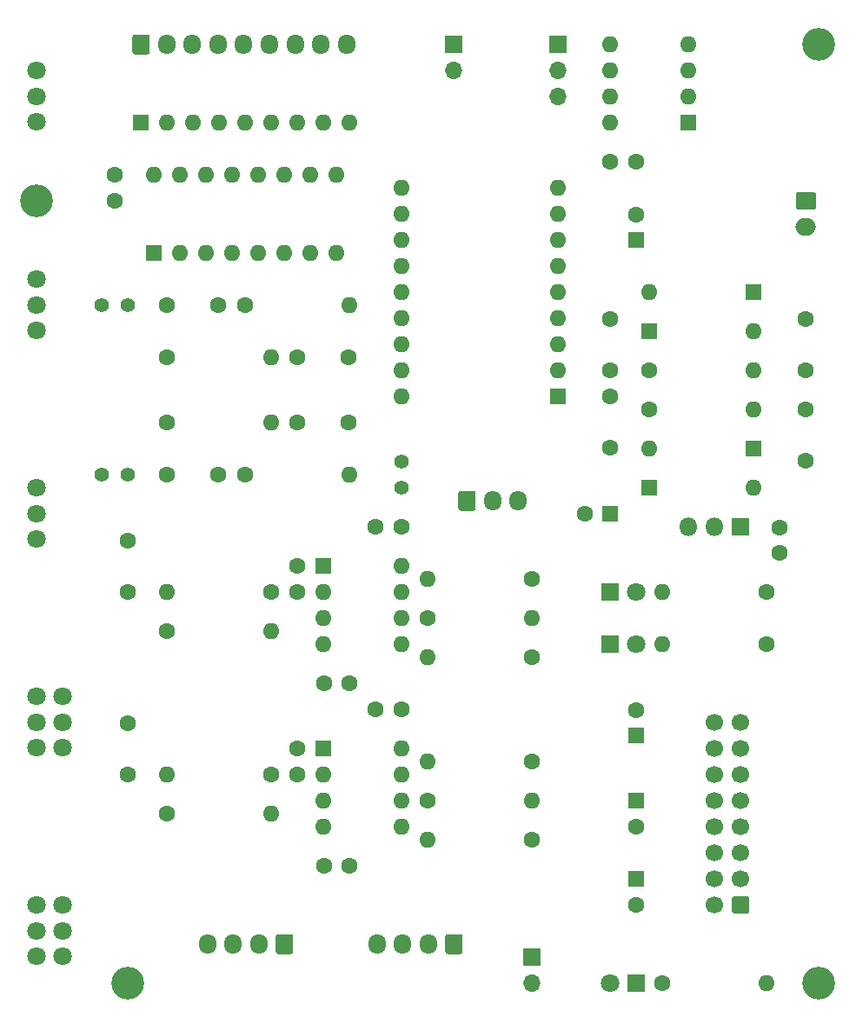
<source format=gbs>
G04 #@! TF.GenerationSoftware,KiCad,Pcbnew,(5.1.10)-1*
G04 #@! TF.CreationDate,2022-05-02T08:50:15+09:00*
G04 #@! TF.ProjectId,FV01,46563031-2e6b-4696-9361-645f70636258,Ver.1.0*
G04 #@! TF.SameCoordinates,Original*
G04 #@! TF.FileFunction,Soldermask,Bot*
G04 #@! TF.FilePolarity,Negative*
%FSLAX46Y46*%
G04 Gerber Fmt 4.6, Leading zero omitted, Abs format (unit mm)*
G04 Created by KiCad (PCBNEW (5.1.10)-1) date 2022-05-02 08:50:15*
%MOMM*%
%LPD*%
G01*
G04 APERTURE LIST*
%ADD10O,1.700000X1.950000*%
%ADD11C,1.600000*%
%ADD12R,1.600000X1.600000*%
%ADD13C,1.800000*%
%ADD14O,1.700000X1.700000*%
%ADD15R,1.700000X1.700000*%
%ADD16O,1.600000X1.600000*%
%ADD17O,1.800000X1.800000*%
%ADD18R,1.800000X1.800000*%
%ADD19O,2.000000X1.700000*%
%ADD20C,1.400000*%
%ADD21C,1.700000*%
%ADD22C,3.200000*%
G04 APERTURE END LIST*
D10*
G04 #@! TO.C,J3*
X128390000Y-142240000D03*
X130890000Y-142240000D03*
X133390000Y-142240000D03*
G36*
G01*
X136740000Y-141515000D02*
X136740000Y-142965000D01*
G75*
G02*
X136490000Y-143215000I-250000J0D01*
G01*
X135290000Y-143215000D01*
G75*
G02*
X135040000Y-142965000I0J250000D01*
G01*
X135040000Y-141515000D01*
G75*
G02*
X135290000Y-141265000I250000J0D01*
G01*
X136490000Y-141265000D01*
G75*
G02*
X136740000Y-141515000I0J-250000D01*
G01*
G37*
G04 #@! TD*
D11*
G04 #@! TO.C,C1*
X137160000Y-107910000D03*
X137160000Y-105410000D03*
G04 #@! TD*
G04 #@! TO.C,C19*
X129460000Y-80010000D03*
X124460000Y-80010000D03*
G04 #@! TD*
G04 #@! TO.C,C17*
X129460000Y-96520000D03*
X124460000Y-96520000D03*
G04 #@! TD*
G04 #@! TO.C,C22*
X170180000Y-71160000D03*
D12*
X170180000Y-73660000D03*
G04 #@! TD*
D11*
G04 #@! TO.C,C21*
X167640000Y-81360000D03*
X167640000Y-86360000D03*
G04 #@! TD*
G04 #@! TO.C,C16*
X167640000Y-93900000D03*
X167640000Y-88900000D03*
G04 #@! TD*
D13*
G04 #@! TO.C,RV5*
X111760000Y-97790000D03*
X111760000Y-100290000D03*
X111760000Y-102790000D03*
G04 #@! TD*
G04 #@! TO.C,RV4*
X111760000Y-77470000D03*
X111760000Y-79970000D03*
X111760000Y-82470000D03*
G04 #@! TD*
G04 #@! TO.C,RV3*
X111760000Y-57150000D03*
X111760000Y-59650000D03*
X111760000Y-62150000D03*
G04 #@! TD*
G04 #@! TO.C,RV2*
X114260000Y-138430000D03*
X114260000Y-140930000D03*
X114260000Y-143430000D03*
X111760000Y-138430000D03*
X111760000Y-140930000D03*
X111760000Y-143430000D03*
G04 #@! TD*
G04 #@! TO.C,RV1*
X114260000Y-118110000D03*
X114260000Y-120610000D03*
X114260000Y-123110000D03*
X111760000Y-118110000D03*
X111760000Y-120610000D03*
X111760000Y-123110000D03*
G04 #@! TD*
D10*
G04 #@! TO.C,J7*
X141920000Y-54610000D03*
X139420000Y-54610000D03*
X136920000Y-54610000D03*
X134420000Y-54610000D03*
X131920000Y-54610000D03*
X129420000Y-54610000D03*
X126920000Y-54610000D03*
X124420000Y-54610000D03*
G36*
G01*
X121070000Y-55335000D02*
X121070000Y-53885000D01*
G75*
G02*
X121320000Y-53635000I250000J0D01*
G01*
X122520000Y-53635000D01*
G75*
G02*
X122770000Y-53885000I0J-250000D01*
G01*
X122770000Y-55335000D01*
G75*
G02*
X122520000Y-55585000I-250000J0D01*
G01*
X121320000Y-55585000D01*
G75*
G02*
X121070000Y-55335000I0J250000D01*
G01*
G37*
G04 #@! TD*
D14*
G04 #@! TO.C,J6*
X162560000Y-59690000D03*
X162560000Y-57150000D03*
D15*
X162560000Y-54610000D03*
G04 #@! TD*
D14*
G04 #@! TO.C,J5*
X160020000Y-146050000D03*
D15*
X160020000Y-143510000D03*
G04 #@! TD*
D14*
G04 #@! TO.C,J4*
X152400000Y-57150000D03*
D15*
X152400000Y-54610000D03*
G04 #@! TD*
D11*
G04 #@! TO.C,C6*
X137160000Y-125690000D03*
X137160000Y-123190000D03*
G04 #@! TD*
G04 #@! TO.C,C5*
X170180000Y-130770000D03*
D12*
X170180000Y-128270000D03*
G04 #@! TD*
D16*
G04 #@! TO.C,U6*
X123190000Y-67310000D03*
X140970000Y-74930000D03*
X125730000Y-67310000D03*
X138430000Y-74930000D03*
X128270000Y-67310000D03*
X135890000Y-74930000D03*
X130810000Y-67310000D03*
X133350000Y-74930000D03*
X133350000Y-67310000D03*
X130810000Y-74930000D03*
X135890000Y-67310000D03*
X128270000Y-74930000D03*
X138430000Y-67310000D03*
X125730000Y-74930000D03*
X140970000Y-67310000D03*
D12*
X123190000Y-74930000D03*
G04 #@! TD*
D16*
G04 #@! TO.C,U5*
X167640000Y-62230000D03*
X175260000Y-54610000D03*
X167640000Y-59690000D03*
X175260000Y-57150000D03*
X167640000Y-57150000D03*
X175260000Y-59690000D03*
X167640000Y-54610000D03*
D12*
X175260000Y-62230000D03*
G04 #@! TD*
D16*
G04 #@! TO.C,U4*
X147320000Y-73660000D03*
X147320000Y-71120000D03*
X147320000Y-68580000D03*
X162560000Y-68580000D03*
X162560000Y-71120000D03*
X162560000Y-73660000D03*
X147320000Y-88900000D03*
X162560000Y-76200000D03*
X147320000Y-86360000D03*
X162560000Y-78740000D03*
X147320000Y-83820000D03*
X162560000Y-81280000D03*
X147320000Y-81280000D03*
X162560000Y-83820000D03*
X147320000Y-78740000D03*
X162560000Y-86360000D03*
X147320000Y-76200000D03*
D12*
X162560000Y-88900000D03*
G04 #@! TD*
D17*
G04 #@! TO.C,U3*
X175260000Y-101600000D03*
X177800000Y-101600000D03*
D18*
X180340000Y-101600000D03*
G04 #@! TD*
D16*
G04 #@! TO.C,U2*
X147320000Y-123190000D03*
X139700000Y-130810000D03*
X147320000Y-125730000D03*
X139700000Y-128270000D03*
X147320000Y-128270000D03*
X139700000Y-125730000D03*
X147320000Y-130810000D03*
D12*
X139700000Y-123190000D03*
G04 #@! TD*
D16*
G04 #@! TO.C,U1*
X147320000Y-105410000D03*
X139700000Y-113030000D03*
X147320000Y-107950000D03*
X139700000Y-110490000D03*
X147320000Y-110490000D03*
X139700000Y-107950000D03*
X147320000Y-113030000D03*
D12*
X139700000Y-105410000D03*
G04 #@! TD*
D19*
G04 #@! TO.C,SW2*
X186690000Y-72350000D03*
G36*
G01*
X185940000Y-69000000D02*
X187440000Y-69000000D01*
G75*
G02*
X187690000Y-69250000I0J-250000D01*
G01*
X187690000Y-70450000D01*
G75*
G02*
X187440000Y-70700000I-250000J0D01*
G01*
X185940000Y-70700000D01*
G75*
G02*
X185690000Y-70450000I0J250000D01*
G01*
X185690000Y-69250000D01*
G75*
G02*
X185940000Y-69000000I250000J0D01*
G01*
G37*
G04 #@! TD*
D10*
G04 #@! TO.C,SW1*
X158670000Y-99060000D03*
X156170000Y-99060000D03*
G36*
G01*
X152820000Y-99785000D02*
X152820000Y-98335000D01*
G75*
G02*
X153070000Y-98085000I250000J0D01*
G01*
X154270000Y-98085000D01*
G75*
G02*
X154520000Y-98335000I0J-250000D01*
G01*
X154520000Y-99785000D01*
G75*
G02*
X154270000Y-100035000I-250000J0D01*
G01*
X153070000Y-100035000D01*
G75*
G02*
X152820000Y-99785000I0J250000D01*
G01*
G37*
G04 #@! TD*
D16*
G04 #@! TO.C,RN1*
X142240000Y-62230000D03*
X139700000Y-62230000D03*
X137160000Y-62230000D03*
X134620000Y-62230000D03*
X132080000Y-62230000D03*
X129540000Y-62230000D03*
X127000000Y-62230000D03*
X124460000Y-62230000D03*
D12*
X121920000Y-62230000D03*
G04 #@! TD*
D16*
G04 #@! TO.C,R19*
X181610000Y-86360000D03*
D11*
X171450000Y-86360000D03*
G04 #@! TD*
D16*
G04 #@! TO.C,R18*
X142240000Y-80010000D03*
D11*
X132080000Y-80010000D03*
G04 #@! TD*
D16*
G04 #@! TO.C,R17*
X134620000Y-85090000D03*
D11*
X124460000Y-85090000D03*
G04 #@! TD*
D16*
G04 #@! TO.C,R16*
X142240000Y-96520000D03*
D11*
X132080000Y-96520000D03*
G04 #@! TD*
D16*
G04 #@! TO.C,R15*
X134620000Y-91440000D03*
D11*
X124460000Y-91440000D03*
G04 #@! TD*
D16*
G04 #@! TO.C,R14*
X181610000Y-90170000D03*
D11*
X171450000Y-90170000D03*
G04 #@! TD*
D16*
G04 #@! TO.C,R13*
X172720000Y-107950000D03*
D11*
X182880000Y-107950000D03*
G04 #@! TD*
D16*
G04 #@! TO.C,R12*
X160020000Y-128270000D03*
D11*
X149860000Y-128270000D03*
G04 #@! TD*
D16*
G04 #@! TO.C,R11*
X149860000Y-124460000D03*
D11*
X160020000Y-124460000D03*
G04 #@! TD*
D16*
G04 #@! TO.C,R10*
X124460000Y-125730000D03*
D11*
X134620000Y-125730000D03*
G04 #@! TD*
D16*
G04 #@! TO.C,R9*
X149860000Y-132080000D03*
D11*
X160020000Y-132080000D03*
G04 #@! TD*
D16*
G04 #@! TO.C,R8*
X182880000Y-146050000D03*
D11*
X172720000Y-146050000D03*
G04 #@! TD*
D16*
G04 #@! TO.C,R7*
X134620000Y-129540000D03*
D11*
X124460000Y-129540000D03*
G04 #@! TD*
D16*
G04 #@! TO.C,R6*
X172720000Y-113030000D03*
D11*
X182880000Y-113030000D03*
G04 #@! TD*
D16*
G04 #@! TO.C,R5*
X160020000Y-110490000D03*
D11*
X149860000Y-110490000D03*
G04 #@! TD*
D16*
G04 #@! TO.C,R4*
X149860000Y-106680000D03*
D11*
X160020000Y-106680000D03*
G04 #@! TD*
D16*
G04 #@! TO.C,R3*
X124460000Y-107950000D03*
D11*
X134620000Y-107950000D03*
G04 #@! TD*
D16*
G04 #@! TO.C,R2*
X149860000Y-114300000D03*
D11*
X160020000Y-114300000D03*
G04 #@! TD*
D16*
G04 #@! TO.C,R1*
X134620000Y-111760000D03*
D11*
X124460000Y-111760000D03*
G04 #@! TD*
D20*
G04 #@! TO.C,JP3*
X118110000Y-80010000D03*
X120650000Y-80010000D03*
G04 #@! TD*
G04 #@! TO.C,JP2*
X118110000Y-96520000D03*
X120650000Y-96520000D03*
G04 #@! TD*
G04 #@! TO.C,JP1*
X147320000Y-95250000D03*
X147320000Y-97790000D03*
G04 #@! TD*
D10*
G04 #@! TO.C,J2*
X144900000Y-142240000D03*
X147400000Y-142240000D03*
X149900000Y-142240000D03*
G36*
G01*
X153250000Y-141515000D02*
X153250000Y-142965000D01*
G75*
G02*
X153000000Y-143215000I-250000J0D01*
G01*
X151800000Y-143215000D01*
G75*
G02*
X151550000Y-142965000I0J250000D01*
G01*
X151550000Y-141515000D01*
G75*
G02*
X151800000Y-141265000I250000J0D01*
G01*
X153000000Y-141265000D01*
G75*
G02*
X153250000Y-141515000I0J-250000D01*
G01*
G37*
G04 #@! TD*
D21*
G04 #@! TO.C,J1*
X177800000Y-120650000D03*
X177800000Y-123190000D03*
X177800000Y-125730000D03*
X177800000Y-128270000D03*
X177800000Y-130810000D03*
X177800000Y-133350000D03*
X177800000Y-135890000D03*
X177800000Y-138430000D03*
X180340000Y-120650000D03*
X180340000Y-123190000D03*
X180340000Y-125730000D03*
X180340000Y-128270000D03*
X180340000Y-130810000D03*
X180340000Y-133350000D03*
X180340000Y-135890000D03*
G36*
G01*
X181190000Y-137830000D02*
X181190000Y-139030000D01*
G75*
G02*
X180940000Y-139280000I-250000J0D01*
G01*
X179740000Y-139280000D01*
G75*
G02*
X179490000Y-139030000I0J250000D01*
G01*
X179490000Y-137830000D01*
G75*
G02*
X179740000Y-137580000I250000J0D01*
G01*
X180940000Y-137580000D01*
G75*
G02*
X181190000Y-137830000I0J-250000D01*
G01*
G37*
G04 #@! TD*
D22*
G04 #@! TO.C,H4*
X187960000Y-146050000D03*
G04 #@! TD*
G04 #@! TO.C,H3*
X187960000Y-54610000D03*
G04 #@! TD*
G04 #@! TO.C,H2*
X120650000Y-146050000D03*
G04 #@! TD*
G04 #@! TO.C,H1*
X111760000Y-69850000D03*
G04 #@! TD*
D16*
G04 #@! TO.C,D7*
X181610000Y-82550000D03*
D12*
X171450000Y-82550000D03*
G04 #@! TD*
D16*
G04 #@! TO.C,D6*
X171450000Y-78740000D03*
D12*
X181610000Y-78740000D03*
G04 #@! TD*
D16*
G04 #@! TO.C,D5*
X181610000Y-97790000D03*
D12*
X171450000Y-97790000D03*
G04 #@! TD*
D16*
G04 #@! TO.C,D4*
X171450000Y-93980000D03*
D12*
X181610000Y-93980000D03*
G04 #@! TD*
D13*
G04 #@! TO.C,D3*
X170180000Y-107950000D03*
D18*
X167640000Y-107950000D03*
G04 #@! TD*
D13*
G04 #@! TO.C,D2*
X167640000Y-146050000D03*
D18*
X170180000Y-146050000D03*
G04 #@! TD*
D13*
G04 #@! TO.C,D1*
X170180000Y-113030000D03*
D18*
X167640000Y-113030000D03*
G04 #@! TD*
D11*
G04 #@! TO.C,C24*
X119380000Y-69810000D03*
X119380000Y-67310000D03*
G04 #@! TD*
G04 #@! TO.C,C23*
X170140000Y-66040000D03*
X167640000Y-66040000D03*
G04 #@! TD*
G04 #@! TO.C,C20*
X186690000Y-81360000D03*
X186690000Y-86360000D03*
G04 #@! TD*
G04 #@! TO.C,C18*
X142160000Y-85090000D03*
X137160000Y-85090000D03*
G04 #@! TD*
G04 #@! TO.C,C15*
X142160000Y-91440000D03*
X137160000Y-91440000D03*
G04 #@! TD*
G04 #@! TO.C,C14*
X186690000Y-95170000D03*
X186690000Y-90170000D03*
G04 #@! TD*
G04 #@! TO.C,C13*
X165140000Y-100330000D03*
D12*
X167640000Y-100330000D03*
G04 #@! TD*
D11*
G04 #@! TO.C,C12*
X184150000Y-104140000D03*
X184150000Y-101640000D03*
G04 #@! TD*
G04 #@! TO.C,C11*
X170180000Y-119420000D03*
D12*
X170180000Y-121920000D03*
G04 #@! TD*
D11*
G04 #@! TO.C,C10*
X139740000Y-134620000D03*
X142240000Y-134620000D03*
G04 #@! TD*
G04 #@! TO.C,C9*
X120650000Y-120730000D03*
X120650000Y-125730000D03*
G04 #@! TD*
G04 #@! TO.C,C8*
X147280000Y-119380000D03*
X144780000Y-119380000D03*
G04 #@! TD*
G04 #@! TO.C,C7*
X170180000Y-138390000D03*
D12*
X170180000Y-135890000D03*
G04 #@! TD*
D11*
G04 #@! TO.C,C4*
X139740000Y-116840000D03*
X142240000Y-116840000D03*
G04 #@! TD*
G04 #@! TO.C,C3*
X120650000Y-102950000D03*
X120650000Y-107950000D03*
G04 #@! TD*
G04 #@! TO.C,C2*
X147280000Y-101600000D03*
X144780000Y-101600000D03*
G04 #@! TD*
M02*

</source>
